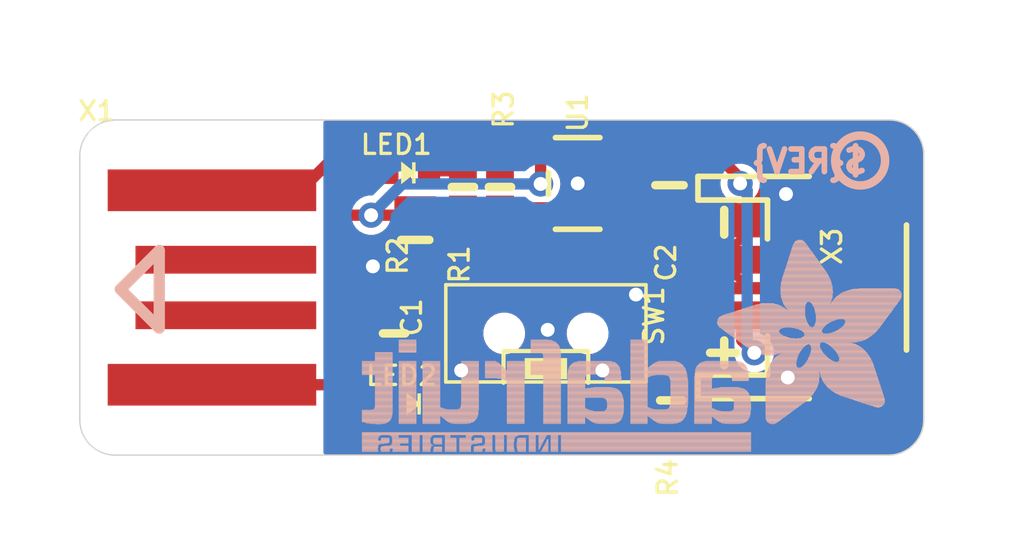
<source format=kicad_pcb>
(kicad_pcb (version 20221018) (generator pcbnew)
  (layers (0 "F.Cu" signal) (31 "B.Cu" signal) (34 "B.Paste" user) (35 "F.Paste" user) (36 "B.SilkS" user "B.Silkscreen") (37 "F.SilkS" user "F.Silkscreen") (38 "B.Mask" user) (39 "F.Mask" user) (44 "Edge.Cuts" user))
  (net 0 "")
  (net 1 "GND")
  (net 2 "N$1")
  (net 3 "N$2")
  (net 4 "VDD")
  (net 5 "VBAT")
  (net 6 "N$5")
  (net 7 "N$6")
  (net 8 "N$3")
  (net 9 "N$4")
  (footprint "working:0805-NO" (layer "F.Cu") (at 154.533396 101.320793 -90)
    (fp_text reference "C2" (at 2.032 0.127 90) (layer "F.SilkS") (effects (font (size 0.692831 0.692831) (thickness 0.119969)) (justify right)))
    (fp_text value "10uF")
    (pad "1" smd rect (at -0.95 0 270) (size 1.24 1.5) (layers "F.Cu" "F.Paste" "F.Mask") (net 5 "VBAT"))
    (pad "2" smd rect (at 0.95 0 270) (size 1.24 1.5) (layers "F.Cu" "F.Paste" "F.Mask") (net 1 "GND"))
  )
  (footprint "working:PLABEL1" (layer "F.Cu") (at 142.531896 110.845793)
    (fp_text reference "PLABEL1" hide)
    (fp_text value "" hide)
  )
  (footprint "working:PLABEL4" (layer "F.Cu") (at 148.500896 110.083793)
    (fp_text reference "PLABEL4" hide)
    (fp_text value "" hide)
  )
  (footprint "working:0805-NO" (layer "F.Cu") (at 145.389396 103.289293 -90)
    (fp_text reference "C1" (at 2.032 0.127 90) (layer "F.SilkS") (effects (font (size 0.692831 0.692831) (thickness 0.119969)) (justify right)))
    (fp_text value "10uF")
    (pad "1" smd rect (at -0.95 0 270) (size 1.24 1.5) (layers "F.Cu" "F.Paste" "F.Mask") (net 4 "VDD"))
    (pad "2" smd rect (at 0.95 0 270) (size 1.24 1.5) (layers "F.Cu" "F.Paste" "F.Mask") (net 1 "GND"))
  )
  (footprint "working:PLABEL0" (layer "F.Cu") (at 143.103396 100.241293)
    (fp_text reference "PLABEL0" hide)
    (fp_text value "" hide)
  )
  (footprint "working:PLABEL7" (layer "F.Cu") (at 150.977396 104.368793)
    (fp_text reference "PLABEL7" hide)
    (fp_text value "" hide)
  )
  (footprint "working:EG1390" (layer "F.Cu") (at 150.088396 106.654793 180)
    (fp_text reference "SW1" (at -3.886 1.764 90) (layer "F.SilkS") (effects (font (size 0.692831 0.692831) (thickness 0.119969)) (justify right)))
    (fp_text value "DPDT Switch")
    (pad "" np_thru_hole circle (at -1.5 0 180) (size 1 1) (drill 1) (layers "*.Cu" "*.Mask"))
    (pad "" np_thru_hole circle (at 1.5 0 180) (size 1 1) (drill 1) (layers "*.Cu" "*.Mask"))
    (pad "O1" smd rect (at -2.5 -2.8 180) (size 1 1.5) (layers "F.Cu" "F.Paste" "F.Mask") (net 1 "GND"))
    (pad "O2" smd rect (at -2.5 2.8 180) (size 1 1.5) (layers "F.Cu" "F.Paste" "F.Mask") (net 9 "N$4"))
    (pad "P1" smd rect (at 0 -2.8 180) (size 1 1.5) (layers "F.Cu" "F.Paste" "F.Mask") (net 1 "GND"))
    (pad "P2" smd rect (at 0 2.8 180) (size 1 1.5) (layers "F.Cu" "F.Paste" "F.Mask") (net 6 "N$5"))
    (pad "S1" smd rect (at 2.5 -2.8 180) (size 1 1.5) (layers "F.Cu" "F.Paste" "F.Mask") (net 1 "GND"))
    (pad "S2" smd rect (at 2.5 2.8 180) (size 1 1.5) (layers "F.Cu" "F.Paste" "F.Mask") (net 8 "N$3"))
  )
  (footprint "working:0603-NO" (layer "F.Cu") (at 144.627396 106.654793 90)
    (fp_text reference "R2" (at 2.032 0.127 90) (layer "F.SilkS") (effects (font (size 0.692831 0.692831) (thickness 0.119969)) (justify left)))
    (fp_text value "10K")
    (pad "1" smd rect (at -0.85 0 90) (size 1.075 1) (layers "F.Cu" "F.Paste" "F.Mask") (net 7 "N$6"))
    (pad "2" smd rect (at 0.85 0 90) (size 1.075 1) (layers "F.Cu" "F.Paste" "F.Mask") (net 3 "N$2"))
  )
  (footprint "working:PLABEL5" (layer "F.Cu") (at 150.850396 110.020293)
    (fp_text reference "PLABEL5" hide)
    (fp_text value "" hide)
  )
  (footprint "working:PLABEL6" (layer "F.Cu") (at 146.278396 108.178793 90)
    (fp_text reference "PLABEL6" hide)
    (fp_text value "" hide)
  )
  (footprint "working:0603-NO" (layer "F.Cu") (at 147.103896 101.384293 -90)
    (fp_text reference "R1" (at 2.032 0.127 90) (layer "F.SilkS") (effects (font (size 0.692831 0.692831) (thickness 0.119969)) (justify right)))
    (fp_text value "2K")
    (pad "1" smd rect (at -0.85 0 270) (size 1.075 1) (layers "F.Cu" "F.Paste" "F.Mask") (net 2 "N$1"))
    (pad "2" smd rect (at 0.85 0 270) (size 1.075 1) (layers "F.Cu" "F.Paste" "F.Mask") (net 3 "N$2"))
  )
  (footprint "working:FIDUCIAL_1MM" (layer "F.Cu") (at 160.819896 105.003793)
    (fp_text reference "FID1" hide)
    (fp_text value "FIDUCIAL_1MM" hide)
    (pad "1" smd roundrect (at 0 0) (size 1 1) (layers "F.Cu" "F.Mask") (roundrect_rratio 0.5))
  )
  (footprint "working:USBA_PCB" (layer "F.Cu") (at 138.277396 105.003793)
    (fp_text reference "X1" (at -5.08 -6.35) (layer "F.SilkS") (effects (font (size 0.692831 0.692831) (thickness 0.119969)) (justify left)))
    (fp_text value "PCBUSB")
    (pad "GND" smd rect (at -0.2 -3.5) (size 7.5 1.5) (layers "F.Cu" "F.Mask") (net 1 "GND"))
    (pad "USB_NEG" smd rect (at 0.3 1) (size 6.5 1) (layers "F.Cu" "F.Mask"))
    (pad "USB_PLUS" smd rect (at 0.3 -1) (size 6.5 1) (layers "F.Cu" "F.Mask"))
    (pad "VCC" smd rect (at -0.2 3.5) (size 7.5 1.5) (layers "F.Cu" "F.Mask") (net 4 "VDD"))
  )
  (footprint "working:PLABEL8" (layer "F.Cu") (at 148.437396 104.368793)
    (fp_text reference "PLABEL8" hide)
    (fp_text value "" hide)
  )
  (footprint "working:SOT23-5" (layer "F.Cu") (at 151.231396 101.257293 90)
    (fp_text reference "U1" (at 1.778 0 90) (layer "F.SilkS") (effects (font (size 0.692831 0.692831) (thickness 0.119969)) (justify left)))
    (fp_text value "MCP73831T-2ACI/OT")
    (pad "1" smd rect (at -0.95 1.3001 90) (size 0.55 1.2) (layers "F.Cu" "F.Paste" "F.Mask") (net 3 "N$2"))
    (pad "2" smd rect (at 0 1.3001 90) (size 0.55 1.2) (layers "F.Cu" "F.Paste" "F.Mask") (net 1 "GND"))
    (pad "3" smd rect (at 0.95 1.3001 90) (size 0.55 1.2) (layers "F.Cu" "F.Paste" "F.Mask") (net 5 "VBAT"))
    (pad "4" smd rect (at 0.95 -1.3001 90) (size 0.55 1.2) (layers "F.Cu" "F.Paste" "F.Mask") (net 4 "VDD"))
    (pad "5" smd rect (at -0.95 -1.3001 90) (size 0.55 1.2) (layers "F.Cu" "F.Paste" "F.Mask") (net 6 "N$5"))
  )
  (footprint "working:CHIPLED_0603_NOOUTLINE" (layer "F.Cu") (at 145.325896 109.194793 -90)
    (fp_text reference "LED2" (at -1.016 1.778) (layer "F.SilkS") (effects (font (size 0.692831 0.692831) (thickness 0.119969)) (justify left)))
    (fp_text value "GREEN")
    (pad "A" smd rect (at 0 0.75 270) (size 0.8 0.8) (layers "F.Cu" "F.Paste" "F.Mask") (net 7 "N$6"))
    (pad "C" smd rect (at 0 -0.75 270) (size 0.8 0.8) (layers "F.Cu" "F.Paste" "F.Mask") (net 1 "GND"))
  )
  (footprint "working:PLABEL3" (layer "F.Cu") (at 157.073396 110.655293)
    (fp_text reference "PLABEL3" hide)
    (fp_text value "" hide)
  )
  (footprint "working:PLABEL2" (layer "F.Cu") (at 155.930396 100.368293)
    (fp_text reference "PLABEL2" hide)
    (fp_text value "" hide)
  )
  (footprint "working:0603-NO" (layer "F.Cu") (at 148.437396 101.384293 90)
    (fp_text reference "R3" (at 2.032 0.127 90) (layer "F.SilkS") (effects (font (size 0.692831 0.692831) (thickness 0.119969)) (justify left)))
    (fp_text value "10K")
    (pad "1" smd rect (at -0.85 0 90) (size 1.075 1) (layers "F.Cu" "F.Paste" "F.Mask") (net 8 "N$3"))
    (pad "2" smd rect (at 0.85 0 90) (size 1.075 1) (layers "F.Cu" "F.Paste" "F.Mask") (net 1 "GND"))
  )
  (footprint "working:0603-NO" (layer "F.Cu") (at 154.596896 109.067793 -90)
    (fp_text reference "R4" (at 2.032 0.127 90) (layer "F.SilkS") (effects (font (size 0.692831 0.692831) (thickness 0.119969)) (justify right)))
    (fp_text value "2K")
    (pad "1" smd rect (at -0.85 0 270) (size 1.075 1) (layers "F.Cu" "F.Paste" "F.Mask") (net 9 "N$4"))
    (pad "2" smd rect (at 0.85 0 270) (size 1.075 1) (layers "F.Cu" "F.Paste" "F.Mask") (net 1 "GND"))
  )
  (footprint "working:JSTPH2_BATT" (layer "F.Cu") (at 158.406896 105.003793 -90)
    (fp_text reference "X3" (at -2.2225 -1.9685 90) (layer "F.SilkS") (effects (font (size 0.692831 0.692831) (thickness 0.119969)) (justify right)))
    (fp_text value "CON_JST_PH_2PIN_MT_BATT")
    (pad "1" smd rect (at -1 2.049 270) (size 1 4.6) (layers "F.Cu" "F.Paste" "F.Mask") (net 1 "GND"))
    (pad "2" smd rect (at 1 2.049 270) (size 1 4.6) (layers "F.Cu" "F.Paste" "F.Mask") (net 5 "VBAT"))
    (pad "NC1" smd rect (at -3.4 -3.151) (size 3.4 1.6) (layers "F.Cu" "F.Paste" "F.Mask") (net 1 "GND"))
    (pad "NC2" smd rect (at 3.4 -3.151) (size 3.4 1.6) (layers "F.Cu" "F.Paste" "F.Mask") (net 1 "GND"))
  )
  (footprint "working:CHIPLED_0603_NOOUTLINE" (layer "F.Cu") (at 145.135396 100.876293 -90)
    (fp_text reference "LED1" (at -1.016 1.778) (layer "F.SilkS") (effects (font (size 0.692831 0.692831) (thickness 0.119969)) (justify left)))
    (fp_text value "RED")
    (pad "A" smd rect (at 0 0.75 270) (size 0.8 0.8) (layers "F.Cu" "F.Paste" "F.Mask") (net 4 "VDD"))
    (pad "C" smd rect (at 0 -0.75 270) (size 0.8 0.8) (layers "F.Cu" "F.Paste" "F.Mask") (net 2 "N$1"))
  )
  (footprint "working:PCBFEAT-REV-040" (layer "B.Cu") (at 161.391396 100.431793 180)
    (fp_text reference "U$9" hide)
    (fp_text value "" hide)
    (fp_text user "${REV}" (at -0.3556 -0.508) (layer "B.SilkS") (effects (font (size 0.8128 0.8128) (thickness 0.2032)) (justify left bottom mirror)))
  )
  (footprint "working:ADAFRUIT_TEXT_20MM" (layer "B.Cu") (at 163.042396 110.909293 180)
    (fp_text reference "U$8" hide)
    (fp_text value "" hide)
  )
  (footprint "working:PLABEL10" (layer "B.Cu") (at 137.324896 104.940293 90)
    (fp_text reference "PLABEL10" hide)
    (fp_text value "" hide)
  )
  (footprint "working:PLABEL9" (layer "B.Cu") (at 156.565396 106.083293 180)
    (fp_text reference "PLABEL9" hide)
    (fp_text value "" hide)
  )
  (footprint "working:PLABEL11" (layer "B.Cu") (at 157.835396 100.749293 180)
    (fp_text reference "PLABEL11" hide)
    (fp_text value "" hide)
  )
  (gr_line (start 134.784896 105.067293) (end 136.181896 106.464293) (stroke (width 0.4064)) (layer "B.SilkS"))
  (gr_line (start 136.181896 106.464293) (end 136.181896 103.670293) (stroke (width 0.4064)) (layer "B.SilkS"))
  (gr_line (start 136.181896 103.670293) (end 134.784896 105.067293) (stroke (width 0.4064)) (layer "B.SilkS"))
  (gr_arc (start 163.677396 109.766293) (mid 163.305422 110.664319) (end 162.407396 111.036293) (stroke (width 0.05)) (layer "Edge.Cuts"))
  (gr_line (start 162.407396 111.036293) (end 134.594396 111.036293) (stroke (width 0.05)) (layer "Edge.Cuts"))
  (gr_arc (start 162.470896 98.971293) (mid 163.337172 99.356419) (end 163.677396 100.241293) (stroke (width 0.05)) (layer "Edge.Cuts"))
  (gr_arc (start 133.324396 100.241293) (mid 133.72812 99.330116) (end 134.657896 98.971293) (stroke (width 0.05)) (layer "Edge.Cuts"))
  (gr_arc (start 134.594396 111.036293) (mid 133.69637 110.664319) (end 133.324396 109.766293) (stroke (width 0.05)) (layer "Edge.Cuts"))
  (gr_line (start 163.677396 100.241293) (end 163.677396 109.766293) (stroke (width 0.05)) (layer "Edge.Cuts"))
  (gr_line (start 134.657896 98.971293) (end 162.470896 98.971293) (stroke (width 0.05)) (layer "Edge.Cuts"))
  (gr_line (start 133.324396 109.766293) (end 133.324396 100.241293) (stroke (width 0.05)) (layer "Edge.Cuts"))
  (gr_text "" (at 154.215896 105.130793) (layer "B.SilkS") (effects (font (size 0.87376 0.87376) (thickness 0.14224)) (justify left bottom mirror)))
  (segment (start 153.326896 101.257293) (end 154.340396 102.270793) (width 0.4064) (layer "F.Cu") (net 1))
  (segment (start 141.269396 101.503793) (end 142.912896 99.860293) (width 0.4064) (layer "F.Cu") (net 1))
  (segment (start 154.533396 102.270793) (end 154.533396 104.231731) (width 0.4064) (layer "F.Cu") (net 1))
  (segment (start 154.340396 102.270793) (end 154.533396 102.270793) (width 0.4064) (layer "F.Cu") (net 1))
  (segment (start 138.077396 101.503793) (end 141.269396 101.503793) (width 0.4064) (layer "F.Cu") (net 1))
  (segment (start 152.531496 101.257293) (end 153.326896 101.257293) (width 0.4064) (layer "F.Cu") (net 1))
  (via (at 147.040396 107.988293) (size 0.9064) (drill 0.5) (layers "F.Cu" "B.Cu") (net 1))
  (via (at 150.151896 106.527793) (size 0.9064) (drill 0.5) (layers "F.Cu" "B.Cu") (net 1))
  (via (at 153.326896 105.257793) (size 0.9064) (drill 0.5) (layers "F.Cu" "B.Cu") (net 1))
  (via (at 158.724396 101.638293) (size 0.9064) (drill 0.5) (layers "F.Cu" "B.Cu") (net 1))
  (via (at 151.231396 101.257293) (size 0.9064) (drill 0.5) (layers "F.Cu" "B.Cu") (net 1))
  (via (at 143.865396 104.241793) (size 0.9064) (drill 0.5) (layers "F.Cu" "B.Cu") (net 1))
  (via (at 152.120396 107.988293) (size 0.9064) (drill 0.5) (layers "F.Cu" "B.Cu") (net 1))
  (via (at 158.787896 108.242293) (size 0.9064) (drill 0.5) (layers "F.Cu" "B.Cu") (net 1))
  (segment (start 146.761896 100.876293) (end 147.103896 100.534293) (width 0.254) (layer "F.Cu") (net 2))
  (segment (start 145.885396 100.876293) (end 146.761896 100.876293) (width 0.254) (layer "F.Cu") (net 2))
  (segment (start 150.405896 105.384793) (end 146.532396 105.384793) (width 0.254) (layer "F.Cu") (net 3))
  (segment (start 147.103896 102.615293) (end 146.659396 103.059793) (width 0.254) (layer "F.Cu") (net 3))
  (segment (start 146.659396 103.059793) (end 146.659396 105.257793) (width 0.254) (layer "F.Cu") (net 3))
  (segment (start 151.360896 102.207293) (end 151.104396 102.463793) (width 0.254) (layer "F.Cu") (net 3))
  (segment (start 152.531496 102.207293) (end 151.360896 102.207293) (width 0.254) (layer "F.Cu") (net 3))
  (segment (start 144.778896 105.956293) (end 144.627396 105.804793) (width 0.254) (layer "F.Cu") (net 3))
  (segment (start 147.103896 102.234293) (end 147.103896 102.615293) (width 0.254) (layer "F.Cu") (net 3))
  (segment (start 146.532396 105.384793) (end 145.960896 105.956293) (width 0.254) (layer "F.Cu") (net 3))
  (segment (start 146.659396 105.257793) (end 146.532396 105.384793) (width 0.254) (layer "F.Cu") (net 3))
  (segment (start 151.104396 102.463793) (end 151.104396 104.686293) (width 0.254) (layer "F.Cu") (net 3))
  (segment (start 151.104396 104.686293) (end 150.405896 105.384793) (width 0.254) (layer "F.Cu") (net 3))
  (segment (start 145.960896 105.956293) (end 144.778896 105.956293) (width 0.254) (layer "F.Cu") (net 3))
  (segment (start 142.912896 102.339293) (end 142.973896 102.400293) (width 0.4064) (layer "F.Cu") (net 4))
  (segment (start 142.651396 108.503793) (end 138.077396 108.503793) (width 0.4064) (layer "F.Cu") (net 4))
  (segment (start 143.801896 102.400293) (end 145.328396 102.400293) (width 0.4064) (layer "F.Cu") (net 4))
  (segment (start 149.897896 100.340693) (end 149.931296 100.307293) (width 0.4064) (layer "F.Cu") (net 4))
  (segment (start 142.912896 108.24229) (end 142.651396 108.503793) (width 0.4064) (layer "F.Cu") (net 4))
  (segment (start 142.973896 102.400293) (end 143.801896 102.400293) (width 0.4064) (layer "F.Cu") (net 4))
  (segment (start 142.912896 101.384293) (end 142.912896 102.339293) (width 0.4064) (layer "F.Cu") (net 4))
  (segment (start 149.897896 101.275893) (end 149.897896 100.340693) (width 0.4064) (layer "F.Cu") (net 4))
  (segment (start 145.328396 102.400293) (end 145.389396 102.339293) (width 0.4064) (layer "F.Cu") (net 4))
  (segment (start 143.420896 100.876293) (end 142.912896 101.384293) (width 0.4064) (layer "F.Cu") (net 4))
  (segment (start 144.385396 100.876293) (end 143.420896 100.876293) (width 0.4064) (layer "F.Cu") (net 4))
  (segment (start 142.912896 102.339293) (end 142.912896 108.24229) (width 0.4064) (layer "F.Cu") (net 4))
  (via (at 143.801896 102.400293) (size 0.9064) (drill 0.5) (layers "F.Cu" "B.Cu") (net 4))
  (via (at 149.897896 101.275893) (size 0.9064) (drill 0.5) (layers "F.Cu" "B.Cu") (net 4))
  (segment (start 143.801896 102.400293) (end 144.926296 101.275893) (width 0.4064) (layer "B.Cu") (net 4))
  (segment (start 144.926296 101.275893) (end 149.897896 101.275893) (width 0.4064) (layer "B.Cu") (net 4))
  (segment (start 154.469896 100.307293) (end 154.533396 100.370793) (width 0.4064) (layer "F.Cu") (net 5))
  (segment (start 157.136896 106.146793) (end 156.993896 106.003793) (width 0.4064) (layer "F.Cu") (net 5))
  (segment (start 157.073396 101.066793) (end 156.377396 100.370793) (width 0.4064) (layer "F.Cu") (net 5))
  (segment (start 157.581396 107.353293) (end 157.136896 106.908793) (width 0.4064) (layer "F.Cu") (net 5))
  (segment (start 154.533396 100.370793) (end 156.377396 100.370793) (width 0.4064) (layer "F.Cu") (net 5))
  (segment (start 156.993896 106.003793) (end 156.357896 106.003793) (width 0.4064) (layer "F.Cu") (net 5))
  (segment (start 152.531496 100.307293) (end 154.469896 100.307293) (width 0.4064) (layer "F.Cu") (net 5))
  (segment (start 157.136896 106.908793) (end 157.136896 106.146793) (width 0.4064) (layer "F.Cu") (net 5))
  (segment (start 157.073396 101.257293) (end 157.073396 101.066793) (width 0.4064) (layer "F.Cu") (net 5))
  (via (at 157.073396 101.257293) (size 0.9064) (drill 0.5) (layers "F.Cu" "B.Cu") (net 5))
  (via (at 157.581396 107.353293) (size 0.9064) (drill 0.5) (layers "F.Cu" "B.Cu") (net 5))
  (segment (start 157.327396 107.099293) (end 157.581396 107.353293) (width 0.4064) (layer "B.Cu") (net 5))
  (segment (start 157.073396 101.257293) (end 157.327396 101.511293) (width 0.4064) (layer "B.Cu") (net 5))
  (segment (start 157.327396 101.511293) (end 157.327396 107.099293) (width 0.4064) (layer "B.Cu") (net 5))
  (segment (start 149.931296 103.697693) (end 150.088396 103.854793) (width 0.254) (layer "F.Cu") (net 6))
  (segment (start 149.931296 102.207293) (end 149.931296 103.697693) (width 0.254) (layer "F.Cu") (net 6))
  (segment (start 144.627396 107.504793) (end 144.575896 107.556293) (width 0.254) (layer "F.Cu") (net 7))
  (segment (start 144.575896 107.556293) (end 144.575896 109.194793) (width 0.254) (layer "F.Cu") (net 7))
  (segment (start 148.437396 103.005793) (end 147.588396 103.854793) (width 0.254) (layer "F.Cu") (net 8))
  (segment (start 148.437396 102.234293) (end 148.437396 103.005793) (width 0.254) (layer "F.Cu") (net 8))
  (segment (start 152.461396 103.981793) (end 152.461396 106.424293) (width 0.254) (layer "F.Cu") (net 9))
  (segment (start 154.596896 108.217793) (end 154.254896 108.217793) (width 0.254) (layer "F.Cu") (net 9))
  (segment (start 154.254896 108.217793) (end 152.461396 106.424293) (width 0.254) (layer "F.Cu") (net 9))
  (segment (start 152.461396 103.981793) (end 152.588396 103.854793) (width 0.254) (layer "F.Cu") (net 9))
  (zone (net 1) (net_name "GND") (layer "F.Cu") (priority 6) (connect_pads (clearance 0.254)) (min_thickness 0.127) (fill yes (thermal_gap 0.304) (thermal_bridge_width 0.304))
    (polygon (pts (xy 163.804396 111.163293) (xy 142.087396 111.163293) (xy 142.087396 98.844293) (xy 163.804396 98.844293)))
  )
  (zone (net 1) (net_name "GND") (layer "B.Cu") (priority 6) (connect_pads (clearance 0.254)) (min_thickness 0.127) (fill yes (thermal_gap 0.304) (thermal_bridge_width 0.304))
    (polygon (pts (xy 163.804396 111.163293) (xy 142.087396 111.163293) (xy 142.087396 98.844293) (xy 163.804396 98.844293)))
  )
)
</source>
